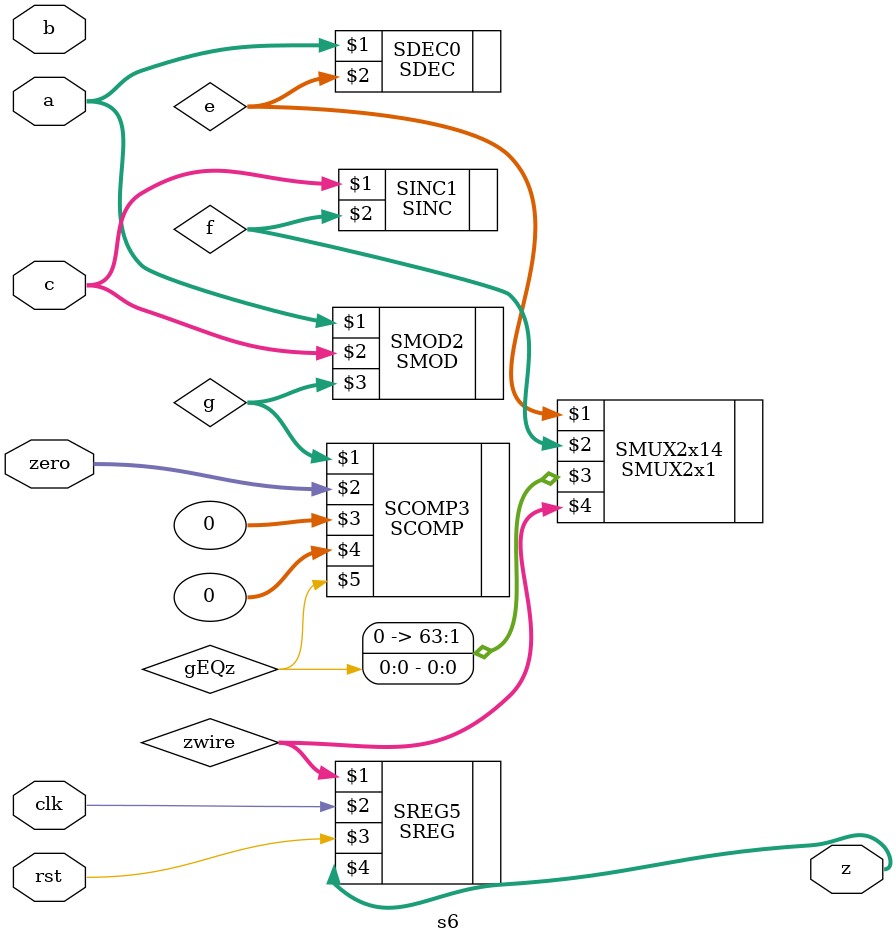
<source format=v>
`timescale 1ns / 1ps 

module s6(clk, rst, a, b, c, zero, z);

input clk, rst;
input signed [63:0] a;
input signed [63:0] b;
input signed [63:0] c;
input signed [63:0] zero;
output signed [63:0] z;
wire signed [63:0] e;
wire signed [63:0] f;
wire signed [63:0] g;
wire signed [63:0] zwire;
wire gEQz;

SDEC #(.DATAWIDTH(64)) SDEC0(a, e);
SINC #(.DATAWIDTH(64)) SINC1(c, f);
SMOD #(.DATAWIDTH(64)) SMOD2(a, c, g);
SCOMP #(.DATAWIDTH(64)) SCOMP3(g, zero, 0, 0, gEQz);
SMUX2x1 #(.DATAWIDTH(64)) SMUX2x14(e, f, {63'b0, gEQz}, zwire);
SREG #(.DATAWIDTH(64)) SREG5(zwire, clk, rst, z);

endmodule

</source>
